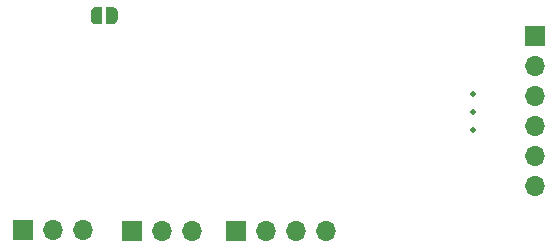
<source format=gbr>
%TF.GenerationSoftware,KiCad,Pcbnew,(5.1.9)-1*%
%TF.CreationDate,2021-05-08T20:51:41+01:00*%
%TF.ProjectId,TSDZ2-ESP32-Alt,5453445a-322d-4455-9350-33322d416c74,A*%
%TF.SameCoordinates,Original*%
%TF.FileFunction,Soldermask,Bot*%
%TF.FilePolarity,Negative*%
%FSLAX46Y46*%
G04 Gerber Fmt 4.6, Leading zero omitted, Abs format (unit mm)*
G04 Created by KiCad (PCBNEW (5.1.9)-1) date 2021-05-08 20:51:41*
%MOMM*%
%LPD*%
G01*
G04 APERTURE LIST*
%ADD10C,0.500000*%
%ADD11C,0.100000*%
%ADD12O,1.700000X1.700000*%
%ADD13R,1.700000X1.700000*%
G04 APERTURE END LIST*
D10*
%TO.C,REF\u002A\u002A*%
X170300000Y-98500000D03*
%TD*%
%TO.C,REF\u002A\u002A*%
X170300000Y-100050000D03*
%TD*%
%TO.C,REF\u002A\u002A*%
X170300000Y-101500000D03*
%TD*%
D11*
%TO.C,JP2*%
G36*
X139700000Y-91100602D02*
G01*
X139724534Y-91100602D01*
X139773365Y-91105412D01*
X139821490Y-91114984D01*
X139868445Y-91129228D01*
X139913778Y-91148005D01*
X139957051Y-91171136D01*
X139997850Y-91198396D01*
X140035779Y-91229524D01*
X140070476Y-91264221D01*
X140101604Y-91302150D01*
X140128864Y-91342949D01*
X140151995Y-91386222D01*
X140170772Y-91431555D01*
X140185016Y-91478510D01*
X140194588Y-91526635D01*
X140199398Y-91575466D01*
X140199398Y-91600000D01*
X140200000Y-91600000D01*
X140200000Y-92100000D01*
X140199398Y-92100000D01*
X140199398Y-92124534D01*
X140194588Y-92173365D01*
X140185016Y-92221490D01*
X140170772Y-92268445D01*
X140151995Y-92313778D01*
X140128864Y-92357051D01*
X140101604Y-92397850D01*
X140070476Y-92435779D01*
X140035779Y-92470476D01*
X139997850Y-92501604D01*
X139957051Y-92528864D01*
X139913778Y-92551995D01*
X139868445Y-92570772D01*
X139821490Y-92585016D01*
X139773365Y-92594588D01*
X139724534Y-92599398D01*
X139700000Y-92599398D01*
X139700000Y-92600000D01*
X139200000Y-92600000D01*
X139200000Y-91100000D01*
X139700000Y-91100000D01*
X139700000Y-91100602D01*
G37*
G36*
X138900000Y-92600000D02*
G01*
X138400000Y-92600000D01*
X138400000Y-92599398D01*
X138375466Y-92599398D01*
X138326635Y-92594588D01*
X138278510Y-92585016D01*
X138231555Y-92570772D01*
X138186222Y-92551995D01*
X138142949Y-92528864D01*
X138102150Y-92501604D01*
X138064221Y-92470476D01*
X138029524Y-92435779D01*
X137998396Y-92397850D01*
X137971136Y-92357051D01*
X137948005Y-92313778D01*
X137929228Y-92268445D01*
X137914984Y-92221490D01*
X137905412Y-92173365D01*
X137900602Y-92124534D01*
X137900602Y-92100000D01*
X137900000Y-92100000D01*
X137900000Y-91600000D01*
X137900602Y-91600000D01*
X137900602Y-91575466D01*
X137905412Y-91526635D01*
X137914984Y-91478510D01*
X137929228Y-91431555D01*
X137948005Y-91386222D01*
X137971136Y-91342949D01*
X137998396Y-91302150D01*
X138029524Y-91264221D01*
X138064221Y-91229524D01*
X138102150Y-91198396D01*
X138142949Y-91171136D01*
X138186222Y-91148005D01*
X138231555Y-91129228D01*
X138278510Y-91114984D01*
X138326635Y-91105412D01*
X138375466Y-91100602D01*
X138400000Y-91100602D01*
X138400000Y-91100000D01*
X138900000Y-91100000D01*
X138900000Y-92600000D01*
G37*
%TD*%
D12*
%TO.C,J2*%
X175500000Y-106300000D03*
X175500000Y-103760000D03*
X175500000Y-101220000D03*
X175500000Y-98680000D03*
X175500000Y-96140000D03*
D13*
X175500000Y-93600000D03*
%TD*%
D12*
%TO.C,J4*%
X137280000Y-110000000D03*
X134740000Y-110000000D03*
D13*
X132200000Y-110000000D03*
%TD*%
D12*
%TO.C,J3*%
X157800000Y-110100000D03*
X155260000Y-110100000D03*
X152720000Y-110100000D03*
D13*
X150180000Y-110100000D03*
%TD*%
D12*
%TO.C,U6*%
X146480000Y-110100000D03*
X143940000Y-110100000D03*
D13*
X141400000Y-110100000D03*
%TD*%
M02*

</source>
